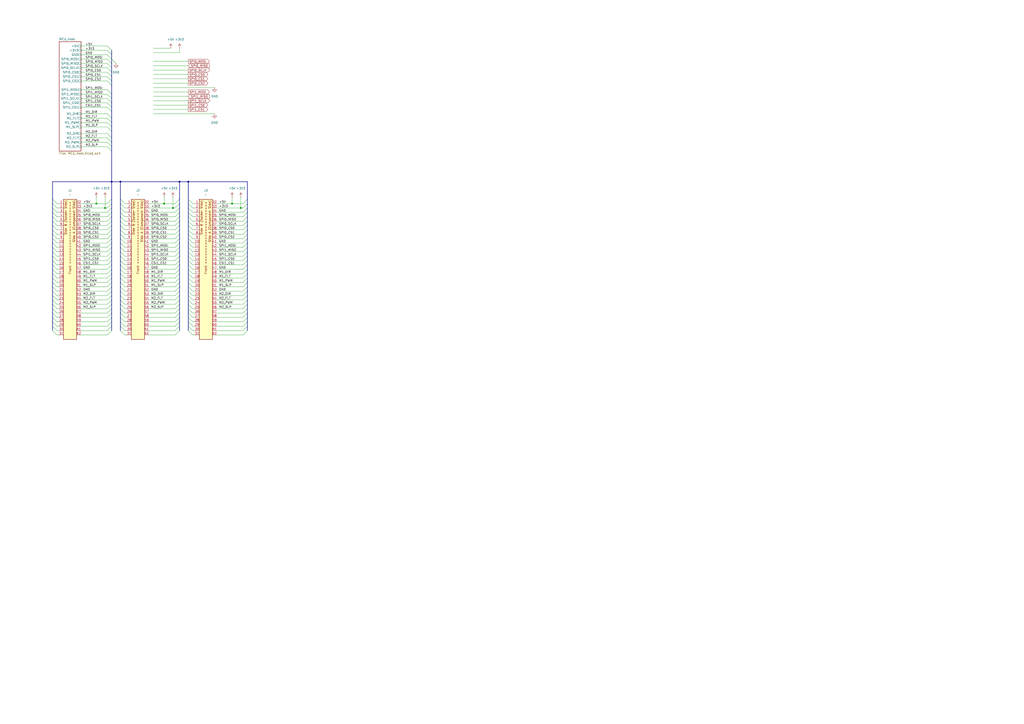
<source format=kicad_sch>
(kicad_sch (version 20250114) (generator "eeschema") (generator_version "9.0")
  (paper "A2")
  (title_block (title "Electrical Box Backplane") (date "2025-07-09") (rev "0") (company "Utah Student Robotics") (comment 1 "Vincent Banh"))
  (lib_symbols
    (symbol "USR:62_PIN_EDGE_ISA"
      (property "Reference" "J" (at 0 0.254 0))
      (symbol "62_PIN_EDGE_ISA_0_1"
        (rectangle (start -3.81 -3.81) (end 3.81 -85.09) (stroke (width 0.254)) (fill (type background)))
      )
      (symbol "62_PIN_EDGE_ISA_1_1"
        (text "Side B (Solder Side)" (at -2.54 -4.318 900) (effects (font (size 1.27 1.27)) (justify right)))
        (text "Front ======================>" (at 0 -5.08 900) (effects (font (size 1.27 1.27)) (justify right)))
        (text "Side A (Component Side)" (at 2.286 -4.318 900) (effects (font (size 1.27 1.27)) (justify right)))
        (pin passive line (at -6.35 -6.35 0) (length 2.54) (name "") (number "1"))
        (pin passive line (at -6.35 -8.89 0) (length 2.54) (name "") (number "2"))
        (pin passive line (at -6.35 -11.43 0) (length 2.54) (name "") (number "3"))
        (pin passive line (at -6.35 -13.97 0) (length 2.54) (name "") (number "4"))
        (pin passive line (at -6.35 -16.51 0) (length 2.54) (name "") (number "5"))
        (pin passive line (at -6.35 -19.05 0) (length 2.54) (name "") (number "6"))
        (pin passive line (at -6.35 -21.59 0) (length 2.54) (name "") (number "7"))
        (pin passive line (at -6.35 -24.13 0) (length 2.54) (name "") (number "8"))
        (pin passive line (at -6.35 -26.67 0) (length 2.54) (name "") (number "9"))
        (pin passive line (at -6.35 -29.21 0) (length 2.54) (name "") (number "10"))
        (pin passive line (at -6.35 -31.75 0) (length 2.54) (name "") (number "11"))
        (pin passive line (at -6.35 -34.29 0) (length 2.54) (name "") (number "12"))
        (pin passive line (at -6.35 -36.83 0) (length 2.54) (name "") (number "13"))
        (pin passive line (at -6.35 -39.37 0) (length 2.54) (name "") (number "14"))
        (pin passive line (at -6.35 -41.91 0) (length 2.54) (name "") (number "15"))
        (pin passive line (at -6.35 -44.45 0) (length 2.54) (name "") (number "16"))
        (pin passive line (at -6.35 -46.99 0) (length 2.54) (name "") (number "17"))
        (pin passive line (at -6.35 -49.53 0) (length 2.54) (name "") (number "18"))
        (pin passive line (at -6.35 -52.07 0) (length 2.54) (name "") (number "19"))
        (pin passive line (at -6.35 -54.61 0) (length 2.54) (name "") (number "20"))
        (pin passive line (at -6.35 -57.15 0) (length 2.54) (name "") (number "21"))
        (pin passive line (at -6.35 -59.69 0) (length 2.54) (name "") (number "22"))
        (pin passive line (at -6.35 -62.23 0) (length 2.54) (name "") (number "23"))
        (pin passive line (at -6.35 -64.77 0) (length 2.54) (name "") (number "24"))
        (pin passive line (at -6.35 -67.31 0) (length 2.54) (name "") (number "25"))
        (pin passive line (at -6.35 -69.85 0) (length 2.54) (name "") (number "26"))
        (pin passive line (at -6.35 -72.39 0) (length 2.54) (name "") (number "27"))
        (pin passive line (at -6.35 -74.93 0) (length 2.54) (name "") (number "28"))
        (pin passive line (at -6.35 -77.47 0) (length 2.54) (name "") (number "29"))
        (pin passive line (at -6.35 -80.01 0) (length 2.54) (name "") (number "30"))
        (pin passive line (at -6.35 -82.55 0) (length 2.54) (name "") (number "31"))
        (pin passive line (at 6.35 -6.35 180) (length 2.54) (name "") (number "32"))
        (pin passive line (at 6.35 -8.89 180) (length 2.54) (name "") (number "33"))
        (pin passive line (at 6.35 -11.43 180) (length 2.54) (name "") (number "34"))
        (pin passive line (at 6.35 -13.97 180) (length 2.54) (name "") (number "35"))
        (pin passive line (at 6.35 -16.51 180) (length 2.54) (name "") (number "36"))
        (pin passive line (at 6.35 -19.05 180) (length 2.54) (name "") (number "37"))
        (pin passive line (at 6.35 -21.59 180) (length 2.54) (name "") (number "38"))
        (pin passive line (at 6.35 -24.13 180) (length 2.54) (name "") (number "39"))
        (pin passive line (at 6.35 -26.67 180) (length 2.54) (name "") (number "40"))
        (pin passive line (at 6.35 -29.21 180) (length 2.54) (name "") (number "41"))
        (pin passive line (at 6.35 -31.75 180) (length 2.54) (name "") (number "42"))
        (pin passive line (at 6.35 -34.29 180) (length 2.54) (name "") (number "43"))
        (pin passive line (at 6.35 -36.83 180) (length 2.54) (name "") (number "44"))
        (pin passive line (at 6.35 -39.37 180) (length 2.54) (name "") (number "45"))
        (pin passive line (at 6.35 -41.91 180) (length 2.54) (name "") (number "46"))
        (pin passive line (at 6.35 -44.45 180) (length 2.54) (name "") (number "47"))
        (pin passive line (at 6.35 -46.99 180) (length 2.54) (name "") (number "48"))
        (pin passive line (at 6.35 -49.53 180) (length 2.54) (name "") (number "49"))
        (pin passive line (at 6.35 -52.07 180) (length 2.54) (name "") (number "50"))
        (pin passive line (at 6.35 -54.61 180) (length 2.54) (name "") (number "51"))
        (pin passive line (at 6.35 -57.15 180) (length 2.54) (name "") (number "52"))
        (pin passive line (at 6.35 -59.69 180) (length 2.54) (name "") (number "53"))
        (pin passive line (at 6.35 -62.23 180) (length 2.54) (name "") (number "54"))
        (pin passive line (at 6.35 -64.77 180) (length 2.54) (name "") (number "55"))
        (pin passive line (at 6.35 -67.31 180) (length 2.54) (name "") (number "56"))
        (pin passive line (at 6.35 -69.85 180) (length 2.54) (name "") (number "57"))
        (pin passive line (at 6.35 -72.39 180) (length 2.54) (name "") (number "58"))
        (pin passive line (at 6.35 -74.93 180) (length 2.54) (name "") (number "59"))
        (pin passive line (at 6.35 -77.47 180) (length 2.54) (name "") (number "60"))
        (pin passive line (at 6.35 -80.01 180) (length 2.54) (name "") (number "61"))
        (pin passive line (at 6.35 -82.55 180) (length 2.54) (name "") (number "62"))
      )
    )
    (symbol "power:+3V3" (power) (pin_numbers (hide yes)) (pin_names (offset 0) (hide yes))
      (property "Value" "+3V3" (at 0 3.556 0))
      (symbol "+3V3_0_1"
        (polyline (pts (xy -0.762 1.27) (xy 0 2.54)))
        (polyline (pts (xy 0 2.54) (xy 0.762 1.27)))
        (polyline (pts (xy 0 0) (xy 0 2.54)))
      )
      (symbol "+3V3_1_1"
        (pin power_in line (at 0 0 90) (length 0) (name "~") (number "1"))
      )
    )
    (symbol "power:+5V" (power) (pin_numbers (hide yes)) (pin_names (offset 0) (hide yes))
      (property "Value" "+5V" (at 0 3.556 0))
      (symbol "+5V_0_1"
        (polyline (pts (xy -0.762 1.27) (xy 0 2.54)))
        (polyline (pts (xy 0 2.54) (xy 0.762 1.27)))
        (polyline (pts (xy 0 0) (xy 0 2.54)))
      )
      (symbol "+5V_1_1"
        (pin power_in line (at 0 0 90) (length 0) (name "~") (number "1"))
      )
    )
    (symbol "power:GND" (power) (pin_numbers (hide yes)) (pin_names (offset 0) (hide yes))
      (property "Value" "GND" (at 0 -3.81 0))
      (symbol "GND_0_1"
        (polyline (pts (xy 0 0) (xy 0 -1.27) (xy 1.27 -1.27) (xy 0 -2.54) (xy -1.27 -1.27) (xy 0 -1.27)))
      )
      (symbol "GND_1_1"
        (pin power_in line (at 0 0 270) (length 0) (name "~") (number "1"))
      )
    )
  )
  (junction (at 100.33 120.65))
  (junction (at 109.22 105.41))
  (junction (at 60.96 120.65))
  (junction (at 64.77 105.41))
  (junction (at 104.14 105.41))
  (junction (at 55.88 118.11))
  (junction (at 69.85 105.41))
  (junction (at 134.62 118.11))
  (junction (at 95.25 118.11))
  (junction (at 139.7 120.65))
  (bus_entry (at 69.85 128.27) (size 2.54 2.54))
  (bus_entry (at 143.51 120.65) (size -2.54 2.54))
  (bus_entry (at 69.85 120.65) (size 2.54 2.54))
  (bus_entry (at 64.77 184.15) (size -2.54 2.54))
  (bus_entry (at 104.14 140.97) (size -2.54 2.54))
  (bus_entry (at 64.77 146.05) (size -2.54 2.54))
  (bus_entry (at 30.48 118.11) (size 2.54 2.54))
  (bus_entry (at 69.85 156.21) (size 2.54 2.54))
  (bus_entry (at 62.23 31.75) (size 2.54 2.54))
  (bus_entry (at 69.85 138.43) (size 2.54 2.54))
  (bus_entry (at 64.77 153.67) (size -2.54 2.54))
  (bus_entry (at 30.48 166.37) (size 2.54 2.54))
  (bus_entry (at 109.22 123.19) (size 2.54 2.54))
  (bus_entry (at 62.23 34.29) (size 2.54 2.54))
  (bus_entry (at 62.23 41.91) (size 2.54 2.54))
  (bus_entry (at 69.85 153.67) (size 2.54 2.54))
  (bus_entry (at 64.77 143.51) (size -2.54 2.54))
  (bus_entry (at 109.22 148.59) (size 2.54 2.54))
  (bus_entry (at 109.22 181.61) (size 2.54 2.54))
  (bus_entry (at 104.14 191.77) (size -2.54 2.54))
  (bus_entry (at 104.14 173.99) (size -2.54 2.54))
  (bus_entry (at 62.23 44.45) (size 2.54 2.54))
  (bus_entry (at 30.48 163.83) (size 2.54 2.54))
  (bus_entry (at 30.48 130.81) (size 2.54 2.54))
  (bus_entry (at 69.85 181.61) (size 2.54 2.54))
  (bus_entry (at 109.22 163.83) (size 2.54 2.54))
  (bus_entry (at 64.77 130.81) (size -2.54 2.54))
  (bus_entry (at 104.14 123.19) (size -2.54 2.54))
  (bus_entry (at 104.14 179.07) (size -2.54 2.54))
  (bus_entry (at 109.22 140.97) (size 2.54 2.54))
  (bus_entry (at 69.85 161.29) (size 2.54 2.54))
  (bus_entry (at 109.22 168.91) (size 2.54 2.54))
  (bus_entry (at 104.14 163.83) (size -2.54 2.54))
  (bus_entry (at 109.22 146.05) (size 2.54 2.54))
  (bus_entry (at 62.23 68.58) (size 2.54 2.54))
  (bus_entry (at 30.48 168.91) (size 2.54 2.54))
  (bus_entry (at 30.48 158.75) (size 2.54 2.54))
  (bus_entry (at 143.51 143.51) (size -2.54 2.54))
  (bus_entry (at 69.85 115.57) (size 2.54 2.54))
  (bus_entry (at 109.22 118.11) (size 2.54 2.54))
  (bus_entry (at 64.77 163.83) (size -2.54 2.54))
  (bus_entry (at 30.48 148.59) (size 2.54 2.54))
  (bus_entry (at 64.77 148.59) (size -2.54 2.54))
  (bus_entry (at 30.48 138.43) (size 2.54 2.54))
  (bus_entry (at 69.85 130.81) (size 2.54 2.54))
  (bus_entry (at 30.48 173.99) (size 2.54 2.54))
  (bus_entry (at 109.22 189.23) (size 2.54 2.54))
  (bus_entry (at 143.51 161.29) (size -2.54 2.54))
  (bus_entry (at 143.51 179.07) (size -2.54 2.54))
  (bus_entry (at 67.31 36.83) (size -2.54 -2.54))
  (bus_entry (at 104.14 151.13) (size -2.54 2.54))
  (bus_entry (at 30.48 189.23) (size 2.54 2.54))
  (bus_entry (at 30.48 184.15) (size 2.54 2.54))
  (bus_entry (at 104.14 181.61) (size -2.54 2.54))
  (bus_entry (at 104.14 161.29) (size -2.54 2.54))
  (bus_entry (at 69.85 143.51) (size 2.54 2.54))
  (bus_entry (at 62.23 77.47) (size 2.54 2.54))
  (bus_entry (at 109.22 184.15) (size 2.54 2.54))
  (bus_entry (at 62.23 82.55) (size 2.54 2.54))
  (bus_entry (at 64.77 125.73) (size -2.54 2.54))
  (bus_entry (at 109.22 176.53) (size 2.54 2.54))
  (bus_entry (at 104.14 166.37) (size -2.54 2.54))
  (bus_entry (at 64.77 166.37) (size -2.54 2.54))
  (bus_entry (at 64.77 128.27) (size -2.54 2.54))
  (bus_entry (at 64.77 133.35) (size -2.54 2.54))
  (bus_entry (at 64.77 118.11) (size -2.54 2.54))
  (bus_entry (at 143.51 171.45) (size -2.54 2.54))
  (bus_entry (at 30.48 161.29) (size 2.54 2.54))
  (bus_entry (at 62.23 71.12) (size 2.54 2.54))
  (bus_entry (at 143.51 128.27) (size -2.54 2.54))
  (bus_entry (at 69.85 148.59) (size 2.54 2.54))
  (bus_entry (at 109.22 186.69) (size 2.54 2.54))
  (bus_entry (at 143.51 181.61) (size -2.54 2.54))
  (bus_entry (at 69.85 163.83) (size 2.54 2.54))
  (bus_entry (at 30.48 181.61) (size 2.54 2.54))
  (bus_entry (at 109.22 191.77) (size 2.54 2.54))
  (bus_entry (at 64.77 191.77) (size -2.54 2.54))
  (bus_entry (at 104.14 146.05) (size -2.54 2.54))
  (bus_entry (at 62.23 59.69) (size 2.54 2.54))
  (bus_entry (at 109.22 130.81) (size 2.54 2.54))
  (bus_entry (at 62.23 26.67) (size 2.54 2.54))
  (bus_entry (at 62.23 52.07) (size 2.54 2.54))
  (bus_entry (at 69.85 146.05) (size 2.54 2.54))
  (bus_entry (at 30.48 123.19) (size 2.54 2.54))
  (bus_entry (at 30.48 176.53) (size 2.54 2.54))
  (bus_entry (at 62.23 54.61) (size 2.54 2.54))
  (bus_entry (at 30.48 191.77) (size 2.54 2.54))
  (bus_entry (at 104.14 143.51) (size -2.54 2.54))
  (bus_entry (at 62.23 80.01) (size 2.54 2.54))
  (bus_entry (at 104.14 156.21) (size -2.54 2.54))
  (bus_entry (at 62.23 62.23) (size 2.54 2.54))
  (bus_entry (at 143.51 151.13) (size -2.54 2.54))
  (bus_entry (at 109.22 173.99) (size 2.54 2.54))
  (bus_entry (at 64.77 120.65) (size -2.54 2.54))
  (bus_entry (at 143.51 135.89) (size -2.54 2.54))
  (bus_entry (at 109.22 138.43) (size 2.54 2.54))
  (bus_entry (at 109.22 166.37) (size 2.54 2.54))
  (bus_entry (at 143.51 184.15) (size -2.54 2.54))
  (bus_entry (at 62.23 46.99) (size 2.54 2.54))
  (bus_entry (at 143.51 168.91) (size -2.54 2.54))
  (bus_entry (at 64.77 186.69) (size -2.54 2.54))
  (bus_entry (at 69.85 173.99) (size 2.54 2.54))
  (bus_entry (at 69.85 186.69) (size 2.54 2.54))
  (bus_entry (at 69.85 123.19) (size 2.54 2.54))
  (bus_entry (at 64.77 179.07) (size -2.54 2.54))
  (bus_entry (at 69.85 118.11) (size 2.54 2.54))
  (bus_entry (at 69.85 133.35) (size 2.54 2.54))
  (bus_entry (at 64.77 140.97) (size -2.54 2.54))
  (bus_entry (at 62.23 85.09) (size 2.54 2.54))
  (bus_entry (at 69.85 135.89) (size 2.54 2.54))
  (bus_entry (at 30.48 128.27) (size 2.54 2.54))
  (bus_entry (at 104.14 184.15) (size -2.54 2.54))
  (bus_entry (at 109.22 151.13) (size 2.54 2.54))
  (bus_entry (at 143.51 138.43) (size -2.54 2.54))
  (bus_entry (at 143.51 186.69) (size -2.54 2.54))
  (bus_entry (at 64.77 135.89) (size -2.54 2.54))
  (bus_entry (at 30.48 153.67) (size 2.54 2.54))
  (bus_entry (at 143.51 173.99) (size -2.54 2.54))
  (bus_entry (at 64.77 168.91) (size -2.54 2.54))
  (bus_entry (at 143.51 153.67) (size -2.54 2.54))
  (bus_entry (at 143.51 176.53) (size -2.54 2.54))
  (bus_entry (at 104.14 153.67) (size -2.54 2.54))
  (bus_entry (at 104.14 125.73) (size -2.54 2.54))
  (bus_entry (at 62.23 57.15) (size 2.54 2.54))
  (bus_entry (at 104.14 130.81) (size -2.54 2.54))
  (bus_entry (at 30.48 115.57) (size 2.54 2.54))
  (bus_entry (at 143.51 118.11) (size -2.54 2.54))
  (bus_entry (at 104.14 128.27) (size -2.54 2.54))
  (bus_entry (at 30.48 171.45) (size 2.54 2.54))
  (bus_entry (at 143.51 130.81) (size -2.54 2.54))
  (bus_entry (at 109.22 115.57) (size 2.54 2.54))
  (bus_entry (at 64.77 158.75) (size -2.54 2.54))
  (bus_entry (at 104.14 120.65) (size -2.54 2.54))
  (bus_entry (at 143.51 140.97) (size -2.54 2.54))
  (bus_entry (at 143.51 189.23) (size -2.54 2.54))
  (bus_entry (at 143.51 163.83) (size -2.54 2.54))
  (bus_entry (at 69.85 158.75) (size 2.54 2.54))
  (bus_entry (at 69.85 125.73) (size 2.54 2.54))
  (bus_entry (at 104.14 189.23) (size -2.54 2.54))
  (bus_entry (at 69.85 151.13) (size 2.54 2.54))
  (bus_entry (at 64.77 156.21) (size -2.54 2.54))
  (bus_entry (at 109.22 171.45) (size 2.54 2.54))
  (bus_entry (at 64.77 171.45) (size -2.54 2.54))
  (bus_entry (at 69.85 179.07) (size 2.54 2.54))
  (bus_entry (at 109.22 156.21) (size 2.54 2.54))
  (bus_entry (at 64.77 189.23) (size -2.54 2.54))
  (bus_entry (at 109.22 128.27) (size 2.54 2.54))
  (bus_entry (at 69.85 166.37) (size 2.54 2.54))
  (bus_entry (at 30.48 156.21) (size 2.54 2.54))
  (bus_entry (at 143.51 123.19) (size -2.54 2.54))
  (bus_entry (at 143.51 166.37) (size -2.54 2.54))
  (bus_entry (at 62.23 29.21) (size 2.54 2.54))
  (bus_entry (at 30.48 151.13) (size 2.54 2.54))
  (bus_entry (at 30.48 179.07) (size 2.54 2.54))
  (bus_entry (at 62.23 66.04) (size 2.54 2.54))
  (bus_entry (at 62.23 36.83) (size 2.54 2.54))
  (bus_entry (at 64.77 123.19) (size -2.54 2.54))
  (bus_entry (at 109.22 143.51) (size 2.54 2.54))
  (bus_entry (at 104.14 118.11) (size -2.54 2.54))
  (bus_entry (at 143.51 156.21) (size -2.54 2.54))
  (bus_entry (at 109.22 135.89) (size 2.54 2.54))
  (bus_entry (at 69.85 140.97) (size 2.54 2.54))
  (bus_entry (at 143.51 125.73) (size -2.54 2.54))
  (bus_entry (at 69.85 191.77) (size 2.54 2.54))
  (bus_entry (at 64.77 151.13) (size -2.54 2.54))
  (bus_entry (at 64.77 181.61) (size -2.54 2.54))
  (bus_entry (at 30.48 143.51) (size 2.54 2.54))
  (bus_entry (at 64.77 161.29) (size -2.54 2.54))
  (bus_entry (at 109.22 133.35) (size 2.54 2.54))
  (bus_entry (at 64.77 173.99) (size -2.54 2.54))
  (bus_entry (at 69.85 168.91) (size 2.54 2.54))
  (bus_entry (at 104.14 135.89) (size -2.54 2.54))
  (bus_entry (at 30.48 146.05) (size 2.54 2.54))
  (bus_entry (at 109.22 161.29) (size 2.54 2.54))
  (bus_entry (at 104.14 158.75) (size -2.54 2.54))
  (bus_entry (at 143.51 148.59) (size -2.54 2.54))
  (bus_entry (at 30.48 120.65) (size 2.54 2.54))
  (bus_entry (at 109.22 179.07) (size 2.54 2.54))
  (bus_entry (at 104.14 186.69) (size -2.54 2.54))
  (bus_entry (at 109.22 120.65) (size 2.54 2.54))
  (bus_entry (at 69.85 176.53) (size 2.54 2.54))
  (bus_entry (at 104.14 148.59) (size -2.54 2.54))
  (bus_entry (at 30.48 140.97) (size 2.54 2.54))
  (bus_entry (at 104.14 176.53) (size -2.54 2.54))
  (bus_entry (at 64.77 115.57) (size -2.54 2.54))
  (bus_entry (at 30.48 186.69) (size 2.54 2.54))
  (bus_entry (at 143.51 146.05) (size -2.54 2.54))
  (bus_entry (at 69.85 171.45) (size 2.54 2.54))
  (bus_entry (at 62.23 73.66) (size 2.54 2.54))
  (bus_entry (at 69.85 189.23) (size 2.54 2.54))
  (bus_entry (at 104.14 171.45) (size -2.54 2.54))
  (bus_entry (at 30.48 135.89) (size 2.54 2.54))
  (bus_entry (at 64.77 138.43) (size -2.54 2.54))
  (bus_entry (at 143.51 191.77) (size -2.54 2.54))
  (bus_entry (at 64.77 176.53) (size -2.54 2.54))
  (bus_entry (at 109.22 158.75) (size 2.54 2.54))
  (bus_entry (at 104.14 168.91) (size -2.54 2.54))
  (bus_entry (at 109.22 153.67) (size 2.54 2.54))
  (bus_entry (at 104.14 138.43) (size -2.54 2.54))
  (bus_entry (at 143.51 158.75) (size -2.54 2.54))
  (bus_entry (at 143.51 115.57) (size -2.54 2.54))
  (bus_entry (at 143.51 133.35) (size -2.54 2.54))
  (bus_entry (at 30.48 133.35) (size 2.54 2.54))
  (bus_entry (at 104.14 115.57) (size -2.54 2.54))
  (bus_entry (at 62.23 39.37) (size 2.54 2.54))
  (bus_entry (at 109.22 125.73) (size 2.54 2.54))
  (bus_entry (at 69.85 184.15) (size 2.54 2.54))
  (bus_entry (at 104.14 133.35) (size -2.54 2.54))
  (bus_entry (at 30.48 125.73) (size 2.54 2.54))
  (wire (pts (xy 101.6 153.67) (xy 86.36 153.67)))
  (bus (pts (xy 30.48 148.59) (xy 30.48 146.05)))
  (bus (pts (xy 64.77 148.59) (xy 64.77 151.13)))
  (wire (pts (xy 111.76 128.27) (xy 113.03 128.27)))
  (wire (pts (xy 46.99 44.45) (xy 62.23 44.45)))
  (wire (pts (xy 140.97 151.13) (xy 125.73 151.13)))
  (wire (pts (xy 140.97 184.15) (xy 125.73 184.15)))
  (bus (pts (xy 143.51 184.15) (xy 143.51 186.69)))
  (bus (pts (xy 64.77 59.69) (xy 64.77 62.23)))
  (wire (pts (xy 140.97 186.69) (xy 125.73 186.69)))
  (bus (pts (xy 109.22 135.89) (xy 109.22 133.35)))
  (bus (pts (xy 143.51 105.41) (xy 143.51 115.57)))
  (bus (pts (xy 104.14 105.41) (xy 104.14 115.57)))
  (bus (pts (xy 30.48 189.23) (xy 30.48 186.69)))
  (bus (pts (xy 109.22 148.59) (xy 109.22 146.05)))
  (bus (pts (xy 69.85 158.75) (xy 69.85 156.21)))
  (wire (pts (xy 111.76 151.13) (xy 113.03 151.13)))
  (wire (pts (xy 88.9 60.96) (xy 109.22 60.96)))
  (wire (pts (xy 111.76 140.97) (xy 113.03 140.97)))
  (wire (pts (xy 140.97 125.73) (xy 125.73 125.73)))
  (wire (pts (xy 101.6 176.53) (xy 86.36 176.53)))
  (bus (pts (xy 64.77 135.89) (xy 64.77 138.43)))
  (bus (pts (xy 143.51 173.99) (xy 143.51 176.53)))
  (bus (pts (xy 143.51 128.27) (xy 143.51 130.81)))
  (wire (pts (xy 88.9 48.26) (xy 109.22 48.26)))
  (bus (pts (xy 64.77 173.99) (xy 64.77 176.53)))
  (bus (pts (xy 69.85 179.07) (xy 69.85 176.53)))
  (wire (pts (xy 46.99 82.55) (xy 62.23 82.55)))
  (wire (pts (xy 111.76 138.43) (xy 113.03 138.43)))
  (bus (pts (xy 64.77 31.75) (xy 64.77 34.29)))
  (wire (pts (xy 62.23 166.37) (xy 46.99 166.37)))
  (bus (pts (xy 64.77 176.53) (xy 64.77 179.07)))
  (wire (pts (xy 62.23 146.05) (xy 46.99 146.05)))
  (wire (pts (xy 33.02 186.69) (xy 34.29 186.69)))
  (bus (pts (xy 30.48 125.73) (xy 30.48 123.19)))
  (wire (pts (xy 101.6 128.27) (xy 86.36 128.27)))
  (wire (pts (xy 62.23 130.81) (xy 46.99 130.81)))
  (wire (pts (xy 46.99 80.01) (xy 62.23 80.01)))
  (bus (pts (xy 30.48 140.97) (xy 30.48 138.43)))
  (wire (pts (xy 62.23 168.91) (xy 46.99 168.91)))
  (bus (pts (xy 143.51 138.43) (xy 143.51 140.97)))
  (wire (pts (xy 95.25 118.11) (xy 101.6 118.11)))
  (bus (pts (xy 109.22 120.65) (xy 109.22 118.11)))
  (wire (pts (xy 62.23 161.29) (xy 46.99 161.29)))
  (bus (pts (xy 69.85 118.11) (xy 69.85 115.57)))
  (bus (pts (xy 104.14 118.11) (xy 104.14 120.65)))
  (wire (pts (xy 88.9 63.5) (xy 109.22 63.5)))
  (wire (pts (xy 62.23 158.75) (xy 46.99 158.75)))
  (wire (pts (xy 62.23 163.83) (xy 46.99 163.83)))
  (bus (pts (xy 69.85 176.53) (xy 69.85 173.99)))
  (wire (pts (xy 62.23 171.45) (xy 46.99 171.45)))
  (wire (pts (xy 46.99 54.61) (xy 62.23 54.61)))
  (wire (pts (xy 46.99 77.47) (xy 62.23 77.47)))
  (wire (pts (xy 88.9 38.1) (xy 109.22 38.1)))
  (bus (pts (xy 104.14 105.41) (xy 109.22 105.41)))
  (bus (pts (xy 109.22 156.21) (xy 109.22 153.67)))
  (wire (pts (xy 111.76 153.67) (xy 113.03 153.67)))
  (wire (pts (xy 140.97 153.67) (xy 125.73 153.67)))
  (wire (pts (xy 72.39 140.97) (xy 73.66 140.97)))
  (bus (pts (xy 143.51 143.51) (xy 143.51 146.05)))
  (bus (pts (xy 64.77 166.37) (xy 64.77 168.91)))
  (wire (pts (xy 101.6 140.97) (xy 86.36 140.97)))
  (bus (pts (xy 30.48 120.65) (xy 30.48 118.11)))
  (wire (pts (xy 72.39 138.43) (xy 73.66 138.43)))
  (bus (pts (xy 143.51 135.89) (xy 143.51 138.43)))
  (wire (pts (xy 46.99 41.91) (xy 62.23 41.91)))
  (wire (pts (xy 140.97 194.31) (xy 125.73 194.31)))
  (bus (pts (xy 143.51 123.19) (xy 143.51 125.73)))
  (wire (pts (xy 46.99 34.29) (xy 62.23 34.29)))
  (bus (pts (xy 64.77 105.41) (xy 64.77 115.57)))
  (bus (pts (xy 69.85 156.21) (xy 69.85 153.67)))
  (bus (pts (xy 143.51 151.13) (xy 143.51 153.67)))
  (bus (pts (xy 64.77 153.67) (xy 64.77 156.21)))
  (bus (pts (xy 69.85 133.35) (xy 69.85 130.81)))
  (wire (pts (xy 140.97 179.07) (xy 125.73 179.07)))
  (bus (pts (xy 69.85 123.19) (xy 69.85 120.65)))
  (bus (pts (xy 109.22 168.91) (xy 109.22 166.37)))
  (wire (pts (xy 33.02 135.89) (xy 34.29 135.89)))
  (wire (pts (xy 111.76 176.53) (xy 113.03 176.53)))
  (wire (pts (xy 88.9 35.56) (xy 109.22 35.56)))
  (wire (pts (xy 62.23 128.27) (xy 46.99 128.27)))
  (wire (pts (xy 62.23 140.97) (xy 46.99 140.97)))
  (wire (pts (xy 100.33 120.65) (xy 86.36 120.65)))
  (wire (pts (xy 33.02 166.37) (xy 34.29 166.37)))
  (wire (pts (xy 33.02 184.15) (xy 34.29 184.15)))
  (bus (pts (xy 30.48 133.35) (xy 30.48 130.81)))
  (bus (pts (xy 30.48 128.27) (xy 30.48 125.73)))
  (wire (pts (xy 46.99 85.09) (xy 62.23 85.09)))
  (wire (pts (xy 46.99 26.67) (xy 62.23 26.67)))
  (bus (pts (xy 104.14 179.07) (xy 104.14 181.61)))
  (wire (pts (xy 72.39 153.67) (xy 73.66 153.67)))
  (wire (pts (xy 140.97 171.45) (xy 125.73 171.45)))
  (bus (pts (xy 104.14 186.69) (xy 104.14 189.23)))
  (bus (pts (xy 64.77 64.77) (xy 64.77 68.58)))
  (wire (pts (xy 140.97 158.75) (xy 125.73 158.75)))
  (bus (pts (xy 64.77 184.15) (xy 64.77 186.69)))
  (bus (pts (xy 64.77 54.61) (xy 64.77 57.15)))
  (wire (pts (xy 72.39 171.45) (xy 73.66 171.45)))
  (wire (pts (xy 139.7 114.3) (xy 139.7 120.65)))
  (wire (pts (xy 62.23 194.31) (xy 46.99 194.31)))
  (wire (pts (xy 140.97 176.53) (xy 125.73 176.53)))
  (wire (pts (xy 72.39 128.27) (xy 73.66 128.27)))
  (wire (pts (xy 46.99 36.83) (xy 62.23 36.83)))
  (wire (pts (xy 72.39 173.99) (xy 73.66 173.99)))
  (wire (pts (xy 111.76 184.15) (xy 113.03 184.15)))
  (wire (pts (xy 101.6 191.77) (xy 86.36 191.77)))
  (wire (pts (xy 140.97 120.65) (xy 139.7 120.65)))
  (wire (pts (xy 46.99 59.69) (xy 62.23 59.69)))
  (wire (pts (xy 62.23 125.73) (xy 46.99 125.73)))
  (bus (pts (xy 104.14 133.35) (xy 104.14 135.89)))
  (bus (pts (xy 64.77 80.01) (xy 64.77 82.55)))
  (bus (pts (xy 104.14 140.97) (xy 104.14 143.51)))
  (bus (pts (xy 30.48 166.37) (xy 30.48 163.83)))
  (wire (pts (xy 101.6 158.75) (xy 86.36 158.75)))
  (bus (pts (xy 64.77 44.45) (xy 64.77 46.99)))
  (bus (pts (xy 64.77 85.09) (xy 64.77 87.63)))
  (bus (pts (xy 109.22 138.43) (xy 109.22 135.89)))
  (bus (pts (xy 109.22 191.77) (xy 109.22 189.23)))
  (bus (pts (xy 109.22 163.83) (xy 109.22 161.29)))
  (bus (pts (xy 69.85 163.83) (xy 69.85 161.29)))
  (wire (pts (xy 72.39 158.75) (xy 73.66 158.75)))
  (bus (pts (xy 104.14 151.13) (xy 104.14 153.67)))
  (wire (pts (xy 62.23 184.15) (xy 46.99 184.15)))
  (wire (pts (xy 62.23 191.77) (xy 46.99 191.77)))
  (bus (pts (xy 109.22 118.11) (xy 109.22 115.57)))
  (wire (pts (xy 140.97 173.99) (xy 125.73 173.99)))
  (wire (pts (xy 111.76 161.29) (xy 113.03 161.29)))
  (bus (pts (xy 109.22 133.35) (xy 109.22 130.81)))
  (wire (pts (xy 72.39 179.07) (xy 73.66 179.07)))
  (wire (pts (xy 62.23 133.35) (xy 46.99 133.35)))
  (bus (pts (xy 30.48 105.41) (xy 64.77 105.41)))
  (wire (pts (xy 72.39 176.53) (xy 73.66 176.53)))
  (bus (pts (xy 104.14 161.29) (xy 104.14 163.83)))
  (bus (pts (xy 64.77 168.91) (xy 64.77 171.45)))
  (bus (pts (xy 64.77 39.37) (xy 64.77 41.91)))
  (bus (pts (xy 109.22 176.53) (xy 109.22 173.99)))
  (bus (pts (xy 104.14 171.45) (xy 104.14 173.99)))
  (wire (pts (xy 111.76 123.19) (xy 113.03 123.19)))
  (wire (pts (xy 111.76 146.05) (xy 113.03 146.05)))
  (wire (pts (xy 140.97 146.05) (xy 125.73 146.05)))
  (wire (pts (xy 46.99 66.04) (xy 62.23 66.04)))
  (wire (pts (xy 72.39 191.77) (xy 73.66 191.77)))
  (wire (pts (xy 33.02 179.07) (xy 34.29 179.07)))
  (wire (pts (xy 62.23 143.51) (xy 46.99 143.51)))
  (bus (pts (xy 104.14 158.75) (xy 104.14 161.29)))
  (wire (pts (xy 46.99 181.61) (xy 62.23 181.61)))
  (wire (pts (xy 111.76 191.77) (xy 113.03 191.77)))
  (bus (pts (xy 109.22 151.13) (xy 109.22 148.59)))
  (wire (pts (xy 33.02 128.27) (xy 34.29 128.27)))
  (bus (pts (xy 104.14 146.05) (xy 104.14 148.59)))
  (wire (pts (xy 111.76 181.61) (xy 113.03 181.61)))
  (bus (pts (xy 69.85 173.99) (xy 69.85 171.45)))
  (bus (pts (xy 143.51 146.05) (xy 143.51 148.59)))
  (bus (pts (xy 104.14 115.57) (xy 104.14 118.11)))
  (wire (pts (xy 101.6 186.69) (xy 86.36 186.69)))
  (wire (pts (xy 60.96 114.3) (xy 60.96 120.65)))
  (bus (pts (xy 69.85 186.69) (xy 69.85 184.15)))
  (wire (pts (xy 46.99 52.07) (xy 62.23 52.07)))
  (bus (pts (xy 30.48 173.99) (xy 30.48 171.45)))
  (bus (pts (xy 143.51 168.91) (xy 143.51 171.45)))
  (wire (pts (xy 101.6 194.31) (xy 86.36 194.31)))
  (wire (pts (xy 101.6 161.29) (xy 86.36 161.29)))
  (wire (pts (xy 88.9 53.34) (xy 109.22 53.34)))
  (bus (pts (xy 143.51 158.75) (xy 143.51 161.29)))
  (wire (pts (xy 72.39 118.11) (xy 73.66 118.11)))
  (wire (pts (xy 101.6 120.65) (xy 100.33 120.65)))
  (wire (pts (xy 72.39 148.59) (xy 73.66 148.59)))
  (bus (pts (xy 143.51 186.69) (xy 143.51 189.23)))
  (bus (pts (xy 69.85 181.61) (xy 69.85 179.07)))
  (bus (pts (xy 104.14 153.67) (xy 104.14 156.21)))
  (bus (pts (xy 30.48 168.91) (xy 30.48 166.37)))
  (wire (pts (xy 33.02 189.23) (xy 34.29 189.23)))
  (bus (pts (xy 143.51 166.37) (xy 143.51 168.91)))
  (bus (pts (xy 64.77 130.81) (xy 64.77 133.35)))
  (wire (pts (xy 55.88 114.3) (xy 55.88 118.11)))
  (wire (pts (xy 134.62 118.11) (xy 140.97 118.11)))
  (wire (pts (xy 33.02 194.31) (xy 34.29 194.31)))
  (bus (pts (xy 64.77 125.73) (xy 64.77 128.27)))
  (wire (pts (xy 101.6 133.35) (xy 86.36 133.35)))
  (bus (pts (xy 64.77 76.2) (xy 64.77 80.01)))
  (bus (pts (xy 69.85 166.37) (xy 69.85 163.83)))
  (wire (pts (xy 101.6 123.19) (xy 86.36 123.19)))
  (bus (pts (xy 30.48 115.57) (xy 30.48 105.41)))
  (wire (pts (xy 100.33 114.3) (xy 100.33 120.65)))
  (wire (pts (xy 62.23 151.13) (xy 46.99 151.13)))
  (bus (pts (xy 64.77 143.51) (xy 64.77 146.05)))
  (bus (pts (xy 109.22 171.45) (xy 109.22 168.91)))
  (bus (pts (xy 64.77 118.11) (xy 64.77 120.65)))
  (bus (pts (xy 69.85 161.29) (xy 69.85 158.75)))
  (wire (pts (xy 101.6 151.13) (xy 86.36 151.13)))
  (bus (pts (xy 64.77 171.45) (xy 64.77 173.99)))
  (wire (pts (xy 140.97 156.21) (xy 125.73 156.21)))
  (wire (pts (xy 88.9 66.04) (xy 124.46 66.04)))
  (bus (pts (xy 30.48 143.51) (xy 30.48 140.97)))
  (wire (pts (xy 62.23 138.43) (xy 46.99 138.43)))
  (bus (pts (xy 143.51 115.57) (xy 143.51 118.11)))
  (bus (pts (xy 143.51 148.59) (xy 143.51 151.13)))
  (bus (pts (xy 64.77 29.21) (xy 64.77 31.75)))
  (wire (pts (xy 111.76 135.89) (xy 113.03 135.89)))
  (wire (pts (xy 101.6 135.89) (xy 86.36 135.89)))
  (bus (pts (xy 30.48 156.21) (xy 30.48 153.67)))
  (wire (pts (xy 72.39 133.35) (xy 73.66 133.35)))
  (wire (pts (xy 62.23 148.59) (xy 46.99 148.59)))
  (bus (pts (xy 109.22 143.51) (xy 109.22 140.97)))
  (bus (pts (xy 143.51 120.65) (xy 143.51 123.19)))
  (wire (pts (xy 62.23 173.99) (xy 46.99 173.99)))
  (wire (pts (xy 140.97 123.19) (xy 125.73 123.19)))
  (bus (pts (xy 109.22 181.61) (xy 109.22 179.07)))
  (wire (pts (xy 33.02 161.29) (xy 34.29 161.29)))
  (wire (pts (xy 55.88 118.11) (xy 46.99 118.11)))
  (wire (pts (xy 139.7 120.65) (xy 125.73 120.65)))
  (bus (pts (xy 104.14 135.89) (xy 104.14 138.43)))
  (bus (pts (xy 64.77 46.99) (xy 64.77 49.53)))
  (wire (pts (xy 88.9 43.18) (xy 109.22 43.18)))
  (wire (pts (xy 33.02 118.11) (xy 34.29 118.11)))
  (wire (pts (xy 101.6 146.05) (xy 86.36 146.05)))
  (wire (pts (xy 111.76 130.81) (xy 113.03 130.81)))
  (wire (pts (xy 111.76 156.21) (xy 113.03 156.21)))
  (wire (pts (xy 88.9 50.8) (xy 124.46 50.8)))
  (bus (pts (xy 30.48 138.43) (xy 30.48 135.89)))
  (wire (pts (xy 62.23 135.89) (xy 46.99 135.89)))
  (wire (pts (xy 101.6 168.91) (xy 86.36 168.91)))
  (bus (pts (xy 64.77 73.66) (xy 64.77 76.2)))
  (wire (pts (xy 33.02 171.45) (xy 34.29 171.45)))
  (wire (pts (xy 72.39 120.65) (xy 73.66 120.65)))
  (bus (pts (xy 64.77 36.83) (xy 64.77 39.37)))
  (wire (pts (xy 72.39 123.19) (xy 73.66 123.19)))
  (wire (pts (xy 111.76 163.83) (xy 113.03 163.83)))
  (wire (pts (xy 33.02 163.83) (xy 34.29 163.83)))
  (bus (pts (xy 143.51 189.23) (xy 143.51 191.77)))
  (wire (pts (xy 33.02 138.43) (xy 34.29 138.43)))
  (bus (pts (xy 69.85 184.15) (xy 69.85 181.61)))
  (bus (pts (xy 104.14 184.15) (xy 104.14 186.69)))
  (wire (pts (xy 72.39 186.69) (xy 73.66 186.69)))
  (bus (pts (xy 30.48 176.53) (xy 30.48 173.99)))
  (bus (pts (xy 64.77 71.12) (xy 64.77 73.66)))
  (wire (pts (xy 72.39 125.73) (xy 73.66 125.73)))
  (wire (pts (xy 111.76 148.59) (xy 113.03 148.59)))
  (wire (pts (xy 46.99 39.37) (xy 62.23 39.37)))
  (wire (pts (xy 111.76 171.45) (xy 113.03 171.45)))
  (wire (pts (xy 140.97 133.35) (xy 125.73 133.35)))
  (wire (pts (xy 134.62 118.11) (xy 125.73 118.11)))
  (bus (pts (xy 30.48 161.29) (xy 30.48 158.75)))
  (wire (pts (xy 72.39 146.05) (xy 73.66 146.05)))
  (wire (pts (xy 72.39 143.51) (xy 73.66 143.51)))
  (wire (pts (xy 140.97 191.77) (xy 125.73 191.77)))
  (bus (pts (xy 30.48 130.81) (xy 30.48 128.27)))
  (wire (pts (xy 86.36 181.61) (xy 101.6 181.61)))
  (wire (pts (xy 62.23 120.65) (xy 60.96 120.65)))
  (bus (pts (xy 64.77 34.29) (xy 64.77 36.83)))
  (bus (pts (xy 143.51 133.35) (xy 143.51 135.89)))
  (wire (pts (xy 111.76 168.91) (xy 113.03 168.91)))
  (bus (pts (xy 104.14 156.21) (xy 104.14 158.75)))
  (wire (pts (xy 140.97 166.37) (xy 125.73 166.37)))
  (bus (pts (xy 64.77 115.57) (xy 64.77 118.11)))
  (bus (pts (xy 64.77 49.53) (xy 64.77 54.61)))
  (bus (pts (xy 69.85 168.91) (xy 69.85 166.37)))
  (bus (pts (xy 64.77 57.15) (xy 64.77 59.69)))
  (bus (pts (xy 109.22 158.75) (xy 109.22 156.21)))
  (wire (pts (xy 33.02 148.59) (xy 34.29 148.59)))
  (wire (pts (xy 140.97 189.23) (xy 125.73 189.23)))
  (bus (pts (xy 64.77 87.63) (xy 64.77 105.41)))
  (wire (pts (xy 72.39 194.31) (xy 73.66 194.31)))
  (bus (pts (xy 104.14 143.51) (xy 104.14 146.05)))
  (bus (pts (xy 69.85 191.77) (xy 69.85 189.23)))
  (bus (pts (xy 104.14 166.37) (xy 104.14 168.91)))
  (bus (pts (xy 64.77 123.19) (xy 64.77 125.73)))
  (bus (pts (xy 64.77 161.29) (xy 64.77 163.83)))
  (wire (pts (xy 62.23 186.69) (xy 46.99 186.69)))
  (bus (pts (xy 104.14 138.43) (xy 104.14 140.97)))
  (wire (pts (xy 33.02 125.73) (xy 34.29 125.73)))
  (wire (pts (xy 101.6 189.23) (xy 86.36 189.23)))
  (wire (pts (xy 46.99 62.23) (xy 62.23 62.23)))
  (bus (pts (xy 109.22 128.27) (xy 109.22 125.73)))
  (wire (pts (xy 62.23 153.67) (xy 46.99 153.67)))
  (wire (pts (xy 72.39 168.91) (xy 73.66 168.91)))
  (bus (pts (xy 69.85 153.67) (xy 69.85 151.13)))
  (wire (pts (xy 60.96 120.65) (xy 46.99 120.65)))
  (wire (pts (xy 101.6 166.37) (xy 86.36 166.37)))
  (wire (pts (xy 101.6 130.81) (xy 86.36 130.81)))
  (bus (pts (xy 109.22 105.41) (xy 143.51 105.41)))
  (bus (pts (xy 69.85 125.73) (xy 69.85 123.19)))
  (bus (pts (xy 64.77 82.55) (xy 64.77 85.09)))
  (wire (pts (xy 33.02 151.13) (xy 34.29 151.13)))
  (wire (pts (xy 62.23 179.07) (xy 46.99 179.07)))
  (wire (pts (xy 33.02 168.91) (xy 34.29 168.91)))
  (bus (pts (xy 69.85 148.59) (xy 69.85 146.05)))
  (bus (pts (xy 143.51 171.45) (xy 143.51 173.99)))
  (bus (pts (xy 104.14 123.19) (xy 104.14 125.73)))
  (bus (pts (xy 64.77 133.35) (xy 64.77 135.89)))
  (bus (pts (xy 30.48 184.15) (xy 30.48 181.61)))
  (bus (pts (xy 143.51 140.97) (xy 143.51 143.51)))
  (wire (pts (xy 111.76 166.37) (xy 113.03 166.37)))
  (bus (pts (xy 64.77 138.43) (xy 64.77 140.97)))
  (bus (pts (xy 109.22 161.29) (xy 109.22 158.75)))
  (bus (pts (xy 69.85 105.41) (xy 104.14 105.41)))
  (wire (pts (xy 101.6 143.51) (xy 86.36 143.51)))
  (bus (pts (xy 109.22 146.05) (xy 109.22 143.51)))
  (bus (pts (xy 64.77 181.61) (xy 64.77 184.15)))
  (wire (pts (xy 72.39 166.37) (xy 73.66 166.37)))
  (wire (pts (xy 88.9 45.72) (xy 109.22 45.72)))
  (wire (pts (xy 33.02 143.51) (xy 34.29 143.51)))
  (wire (pts (xy 62.23 189.23) (xy 46.99 189.23)))
  (bus (pts (xy 104.14 176.53) (xy 104.14 179.07)))
  (wire (pts (xy 95.25 114.3) (xy 95.25 118.11)))
  (wire (pts (xy 33.02 130.81) (xy 34.29 130.81)))
  (bus (pts (xy 104.14 125.73) (xy 104.14 128.27)))
  (bus (pts (xy 143.51 161.29) (xy 143.51 163.83)))
  (wire (pts (xy 72.39 130.81) (xy 73.66 130.81)))
  (bus (pts (xy 143.51 130.81) (xy 143.51 133.35)))
  (wire (pts (xy 111.76 173.99) (xy 113.03 173.99)))
  (bus (pts (xy 69.85 138.43) (xy 69.85 135.89)))
  (wire (pts (xy 33.02 133.35) (xy 34.29 133.35)))
  (wire (pts (xy 88.9 40.64) (xy 109.22 40.64)))
  (wire (pts (xy 101.6 138.43) (xy 86.36 138.43)))
  (wire (pts (xy 33.02 120.65) (xy 34.29 120.65)))
  (bus (pts (xy 69.85 151.13) (xy 69.85 148.59)))
  (wire (pts (xy 140.97 168.91) (xy 125.73 168.91)))
  (wire (pts (xy 111.76 194.31) (xy 113.03 194.31)))
  (bus (pts (xy 30.48 123.19) (xy 30.48 120.65)))
  (bus (pts (xy 104.14 173.99) (xy 104.14 176.53)))
  (wire (pts (xy 125.73 181.61) (xy 140.97 181.61)))
  (bus (pts (xy 30.48 179.07) (xy 30.48 176.53)))
  (wire (pts (xy 111.76 125.73) (xy 113.03 125.73)))
  (bus (pts (xy 109.22 130.81) (xy 109.22 128.27)))
  (bus (pts (xy 104.14 120.65) (xy 104.14 123.19)))
  (wire (pts (xy 111.76 179.07) (xy 113.03 179.07)))
  (wire (pts (xy 88.9 55.88) (xy 109.22 55.88)))
  (wire (pts (xy 88.9 27.94) (xy 99.06 27.94)))
  (bus (pts (xy 69.85 128.27) (xy 69.85 125.73)))
  (bus (pts (xy 64.77 158.75) (xy 64.77 161.29)))
  (wire (pts (xy 46.99 68.58) (xy 62.23 68.58)))
  (bus (pts (xy 64.77 146.05) (xy 64.77 148.59)))
  (wire (pts (xy 101.6 184.15) (xy 86.36 184.15)))
  (wire (pts (xy 46.99 73.66) (xy 62.23 73.66)))
  (wire (pts (xy 140.97 140.97) (xy 125.73 140.97)))
  (wire (pts (xy 46.99 57.15) (xy 62.23 57.15)))
  (bus (pts (xy 69.85 120.65) (xy 69.85 118.11)))
  (wire (pts (xy 140.97 135.89) (xy 125.73 135.89)))
  (bus (pts (xy 143.51 176.53) (xy 143.51 179.07)))
  (wire (pts (xy 140.97 163.83) (xy 125.73 163.83)))
  (wire (pts (xy 33.02 156.21) (xy 34.29 156.21)))
  (bus (pts (xy 69.85 189.23) (xy 69.85 186.69)))
  (bus (pts (xy 104.14 163.83) (xy 104.14 166.37)))
  (wire (pts (xy 33.02 191.77) (xy 34.29 191.77)))
  (wire (pts (xy 140.97 130.81) (xy 125.73 130.81)))
  (bus (pts (xy 69.85 140.97) (xy 69.85 138.43)))
  (bus (pts (xy 109.22 166.37) (xy 109.22 163.83)))
  (wire (pts (xy 88.9 30.48) (xy 104.14 30.48)))
  (wire (pts (xy 62.23 123.19) (xy 46.99 123.19)))
  (wire (pts (xy 62.23 156.21) (xy 46.99 156.21)))
  (bus (pts (xy 30.48 191.77) (xy 30.48 189.23)))
  (bus (pts (xy 30.48 151.13) (xy 30.48 148.59)))
  (wire (pts (xy 72.39 135.89) (xy 73.66 135.89)))
  (wire (pts (xy 46.99 46.99) (xy 62.23 46.99)))
  (wire (pts (xy 140.97 143.51) (xy 125.73 143.51)))
  (bus (pts (xy 64.77 62.23) (xy 64.77 64.77)))
  (wire (pts (xy 101.6 179.07) (xy 86.36 179.07)))
  (wire (pts (xy 101.6 125.73) (xy 86.36 125.73)))
  (wire (pts (xy 55.88 118.11) (xy 62.23 118.11)))
  (bus (pts (xy 30.48 146.05) (xy 30.48 143.51)))
  (wire (pts (xy 33.02 153.67) (xy 34.29 153.67)))
  (wire (pts (xy 33.02 181.61) (xy 34.29 181.61)))
  (wire (pts (xy 33.02 173.99) (xy 34.29 173.99)))
  (bus (pts (xy 30.48 158.75) (xy 30.48 156.21)))
  (wire (pts (xy 33.02 158.75) (xy 34.29 158.75)))
  (wire (pts (xy 134.62 114.3) (xy 134.62 118.11)))
  (wire (pts (xy 72.39 163.83) (xy 73.66 163.83)))
  (wire (pts (xy 101.6 148.59) (xy 86.36 148.59)))
  (wire (pts (xy 33.02 140.97) (xy 34.29 140.97)))
  (bus (pts (xy 109.22 115.57) (xy 109.22 105.41)))
  (bus (pts (xy 109.22 186.69) (xy 109.22 184.15)))
  (bus (pts (xy 64.77 68.58) (xy 64.77 71.12)))
  (wire (pts (xy 46.99 71.12) (xy 62.23 71.12)))
  (wire (pts (xy 111.76 158.75) (xy 113.03 158.75)))
  (bus (pts (xy 109.22 179.07) (xy 109.22 176.53)))
  (bus (pts (xy 109.22 140.97) (xy 109.22 138.43)))
  (wire (pts (xy 72.39 156.21) (xy 73.66 156.21)))
  (bus (pts (xy 64.77 156.21) (xy 64.77 158.75)))
  (bus (pts (xy 109.22 153.67) (xy 109.22 151.13)))
  (wire (pts (xy 33.02 123.19) (xy 34.29 123.19)))
  (wire (pts (xy 111.76 189.23) (xy 113.03 189.23)))
  (bus (pts (xy 30.48 153.67) (xy 30.48 151.13)))
  (bus (pts (xy 64.77 140.97) (xy 64.77 143.51)))
  (wire (pts (xy 95.25 118.11) (xy 86.36 118.11)))
  (bus (pts (xy 104.14 128.27) (xy 104.14 130.81)))
  (wire (pts (xy 33.02 176.53) (xy 34.29 176.53)))
  (wire (pts (xy 140.97 161.29) (xy 125.73 161.29)))
  (wire (pts (xy 72.39 151.13) (xy 73.66 151.13)))
  (bus (pts (xy 64.77 179.07) (xy 64.77 181.61)))
  (bus (pts (xy 143.51 153.67) (xy 143.51 156.21)))
  (bus (pts (xy 69.85 146.05) (xy 69.85 143.51)))
  (wire (pts (xy 101.6 173.99) (xy 86.36 173.99)))
  (bus (pts (xy 104.14 168.91) (xy 104.14 171.45)))
  (wire (pts (xy 111.76 133.35) (xy 113.03 133.35)))
  (bus (pts (xy 64.77 163.83) (xy 64.77 166.37)))
  (bus (pts (xy 109.22 189.23) (xy 109.22 186.69)))
  (bus (pts (xy 109.22 184.15) (xy 109.22 181.61)))
  (bus (pts (xy 69.85 171.45) (xy 69.85 168.91)))
  (wire (pts (xy 101.6 163.83) (xy 86.36 163.83)))
  (bus (pts (xy 64.77 120.65) (xy 64.77 123.19)))
  (bus (pts (xy 64.77 41.91) (xy 64.77 44.45)))
  (bus (pts (xy 109.22 125.73) (xy 109.22 123.19)))
  (wire (pts (xy 111.76 118.11) (xy 113.03 118.11)))
  (bus (pts (xy 64.77 186.69) (xy 64.77 189.23)))
  (bus (pts (xy 104.14 130.81) (xy 104.14 133.35)))
  (bus (pts (xy 143.51 179.07) (xy 143.51 181.61)))
  (bus (pts (xy 69.85 135.89) (xy 69.85 133.35)))
  (bus (pts (xy 30.48 181.61) (xy 30.48 179.07)))
  (wire (pts (xy 72.39 189.23) (xy 73.66 189.23)))
  (wire (pts (xy 140.97 148.59) (xy 125.73 148.59)))
  (bus (pts (xy 30.48 135.89) (xy 30.48 133.35)))
  (wire (pts (xy 33.02 146.05) (xy 34.29 146.05)))
  (wire (pts (xy 140.97 128.27) (xy 125.73 128.27)))
  (bus (pts (xy 143.51 163.83) (xy 143.51 166.37)))
  (bus (pts (xy 64.77 151.13) (xy 64.77 153.67)))
  (bus (pts (xy 143.51 125.73) (xy 143.51 128.27)))
  (bus (pts (xy 64.77 189.23) (xy 64.77 191.77)))
  (bus (pts (xy 109.22 123.19) (xy 109.22 120.65)))
  (bus (pts (xy 64.77 105.41) (xy 69.85 105.41)))
  (bus (pts (xy 109.22 173.99) (xy 109.22 171.45)))
  (bus (pts (xy 69.85 115.57) (xy 69.85 105.41)))
  (bus (pts (xy 143.51 156.21) (xy 143.51 158.75)))
  (wire (pts (xy 46.99 29.21) (xy 62.23 29.21)))
  (bus (pts (xy 30.48 171.45) (xy 30.48 168.91)))
  (bus (pts (xy 143.51 181.61) (xy 143.51 184.15)))
  (bus (pts (xy 104.14 181.61) (xy 104.14 184.15)))
  (wire (pts (xy 72.39 184.15) (xy 73.66 184.15)))
  (wire (pts (xy 111.76 120.65) (xy 113.03 120.65)))
  (bus (pts (xy 104.14 189.23) (xy 104.14 191.77)))
  (wire (pts (xy 46.99 31.75) (xy 62.23 31.75)))
  (wire (pts (xy 101.6 171.45) (xy 86.36 171.45)))
  (wire (pts (xy 72.39 181.61) (xy 73.66 181.61)))
  (bus (pts (xy 30.48 118.11) (xy 30.48 115.57)))
  (wire (pts (xy 88.9 58.42) (xy 109.22 58.42)))
  (bus (pts (xy 30.48 186.69) (xy 30.48 184.15)))
  (wire (pts (xy 111.76 143.51) (xy 113.03 143.51)))
  (bus (pts (xy 143.51 118.11) (xy 143.51 120.65)))
  (wire (pts (xy 140.97 138.43) (xy 125.73 138.43)))
  (wire (pts (xy 101.6 156.21) (xy 86.36 156.21)))
  (bus (pts (xy 104.14 148.59) (xy 104.14 151.13)))
  (bus (pts (xy 64.77 128.27) (xy 64.77 130.81)))
  (wire (pts (xy 72.39 161.29) (xy 73.66 161.29)))
  (wire (pts (xy 62.23 176.53) (xy 46.99 176.53)))
  (bus (pts (xy 30.48 163.83) (xy 30.48 161.29)))
  (bus (pts (xy 69.85 130.81) (xy 69.85 128.27)))
  (bus (pts (xy 69.85 143.51) (xy 69.85 140.97)))
  (wire (pts (xy 111.76 186.69) (xy 113.03 186.69)))
  (wire (pts (xy 104.14 30.48) (xy 104.14 27.94)))
  (label "SPI0_CS2" (at 48.26 138.43 0))
  (label "SPI0_MOSI" (at 49.53 34.29 0))
  (label "SPI1_MOSI" (at 87.63 143.51 0))
  (label "CSI1_CS1" (at 87.63 153.67 0))
  (label "GND" (at 87.63 140.97 0))
  (label "SPI0_MISO" (at 49.53 36.83 0))
  (label "M2_PWM" (at 48.26 176.53 0))
  (label "M2_DIR" (at 49.53 77.47 0))
  (label "M2_FLT" (at 127 173.99 0))
  (label "SPI0_MISO" (at 87.63 128.27 0))
  (label "M1_PWM" (at 127 163.83 0))
  (label "+5V" (at 87.63 118.11 0))
  (label "SPI0_SCLK" (at 87.63 130.81 0))
  (label "M2_SLP" (at 49.53 85.09 0))
  (label "SPI0_CS1" (at 127 135.89 0))
  (label "M1_DIR" (at 127 158.75 0))
  (label "SPI1_MISO" (at 48.26 146.05 0))
  (label "GND" (at 87.63 123.19 0))
  (label "SPI0_MISO" (at 127 128.27 0))
  (label "SPI1_MOSI" (at 127 143.51 0))
  (label "SPI0_CS0" (at 49.53 41.91 0))
  (label "M1_PWM" (at 87.63 163.83 0))
  (label "M1_FLT" (at 87.63 161.29 0))
  (label "SPI1_SCLK" (at 49.53 57.15 0))
  (label "GND" (at 127 140.97 0))
  (label "SPI0_CS0" (at 87.63 133.35 0))
  (label "SPI0_CS2" (at 49.53 46.99 0))
  (label "+3V3" (at 49.53 29.21 0))
  (label "SPI0_CS0" (at 127 133.35 0))
  (label "SPI1_SCLK" (at 48.26 148.59 0))
  (label "M1_DIR" (at 49.53 66.04 0))
  (label "+5V" (at 127 118.11 0))
  (label "GND" (at 87.63 168.91 0))
  (label "SPI1_MISO" (at 49.53 54.61 0))
  (label "M1_SLP" (at 127 166.37 0))
  (label "SPI0_CS1" (at 48.26 135.89 0))
  (label "M2_FLT" (at 48.26 173.99 0))
  (label "SPI1_CS0" (at 127 151.13 0))
  (label "SPI0_CS1" (at 49.53 44.45 0))
  (label "GND" (at 127 156.21 0))
  (label "M2_SLP" (at 127 179.07 0))
  (label "SPI0_CS2" (at 87.63 138.43 0))
  (label "M1_SLP" (at 48.26 166.37 0))
  (label "M2_FLT" (at 49.53 80.01 0))
  (label "SPI1_MOSI" (at 48.26 143.51 0))
  (label "GND" (at 48.26 123.19 0))
  (label "GND" (at 48.26 168.91 0))
  (label "M2_PWM" (at 127 176.53 0))
  (label "SPI0_CS1" (at 87.63 135.89 0))
  (label "M2_DIR" (at 48.26 171.45 0))
  (label "+5V" (at 49.53 26.67 0))
  (label "CSI1_CS1" (at 49.53 62.23 0))
  (label "M2_PWM" (at 87.63 176.53 0))
  (label "SPI0_MISO" (at 48.26 128.27 0))
  (label "+3V3" (at 87.63 120.65 0))
  (label "M1_PWM" (at 49.53 71.12 0))
  (label "+5V" (at 48.26 118.11 0))
  (label "M2_SLP" (at 48.26 179.07 0))
  (label "M2_DIR" (at 87.63 171.45 0))
  (label "SPI1_CS0" (at 87.63 151.13 0))
  (label "SPI0_SCLK" (at 48.26 130.81 0))
  (label "GND" (at 87.63 156.21 0))
  (label "SPI1_CS0" (at 48.26 151.13 0))
  (label "GND" (at 127 123.19 0))
  (label "GND" (at 48.26 140.97 0))
  (label "+3V3" (at 127 120.65 0))
  (label "CSI1_CS1" (at 48.26 153.67 0))
  (label "SPI0_SCLK" (at 49.53 39.37 0))
  (label "SPI1_MISO" (at 87.63 146.05 0))
  (label "M1_FLT" (at 127 161.29 0))
  (label "SPI1_SCLK" (at 127 148.59 0))
  (label "M1_DIR" (at 87.63 158.75 0))
  (label "M1_FLT" (at 48.26 161.29 0))
  (label "SPI0_MOSI" (at 127 125.73 0))
  (label "GND" (at 49.53 31.75 0))
  (label "M2_SLP" (at 87.63 179.07 0))
  (label "SPI1_MISO" (at 127 146.05 0))
  (label "CSI1_CS1" (at 127 153.67 0))
  (label "SPI0_MOSI" (at 48.26 125.73 0))
  (label "M1_SLP" (at 49.53 73.66 0))
  (label "SPI0_MOSI" (at 87.63 125.73 0))
  (label "M2_FLT" (at 87.63 173.99 0))
  (label "SPI0_SCLK" (at 127 130.81 0))
  (label "M2_DIR" (at 127 171.45 0))
  (label "M1_DIR" (at 48.26 158.75 0))
  (label "M1_SLP" (at 87.63 166.37 0))
  (label "+3V3" (at 48.26 120.65 0))
  (label "M1_PWM" (at 48.26 163.83 0))
  (label "GND" (at 127 168.91 0))
  (label "SPI0_CS2" (at 127 138.43 0))
  (label "SPI1_MOSI" (at 49.53 52.07 0))
  (label "SPI0_CS0" (at 48.26 133.35 0))
  (label "M1_FLT" (at 49.53 68.58 0))
  (label "SPI1_CS0" (at 49.53 59.69 0))
  (label "SPI1_SCLK" (at 87.63 148.59 0))
  (label "M2_PWM" (at 49.53 82.55 0))
  (label "GND" (at 48.26 156.21 0))
  (global_label "SPI1_CS0" (shape output) (at 109.22 60.96 0) (property "Intersheetrefs" "${INTERSHEET_REFS}" (effects (hide yes))))
  (global_label "SPI0_MOSI" (shape output) (at 109.22 35.56 0) (property "Intersheetrefs" "${INTERSHEET_REFS}" (effects (hide yes))))
  (global_label "SPI0_CS2" (shape output) (at 109.22 48.26 0) (property "Intersheetrefs" "${INTERSHEET_REFS}" (effects (hide yes))))
  (global_label "SPI1_MOSI" (shape output) (at 109.22 53.34 0) (property "Intersheetrefs" "${INTERSHEET_REFS}" (effects (hide yes))))
  (global_label "SPI0_CS1" (shape output) (at 109.22 45.72 0) (property "Intersheetrefs" "${INTERSHEET_REFS}" (effects (hide yes))))
  (global_label "SPI0_MISO" (shape input) (at 109.22 38.1 0) (property "Intersheetrefs" "${INTERSHEET_REFS}" (effects (hide yes))))
  (global_label "SPI0_SCLK" (shape output) (at 109.22 40.64 0) (property "Intersheetrefs" "${INTERSHEET_REFS}" (effects (hide yes))))
  (global_label "SPI1_CS1" (shape output) (at 109.22 63.5 0) (property "Intersheetrefs" "${INTERSHEET_REFS}" (effects (hide yes))))
  (global_label "SPI1_MISO" (shape input) (at 109.22 55.88 0) (property "Intersheetrefs" "${INTERSHEET_REFS}" (effects (hide yes))))
  (global_label "SPI1_SCLK" (shape output) (at 109.22 58.42 0) (property "Intersheetrefs" "${INTERSHEET_REFS}" (effects (hide yes))))
  (global_label "SPI0_CS0" (shape output) (at 109.22 43.18 0) (property "Intersheetrefs" "${INTERSHEET_REFS}" (effects (hide yes))))
  (symbol (lib_id "power:+3V3") (at 60.96 114.3 0) (unit 1)
    (property "Reference" "#PWR016" (effects (hide yes)))
    (property "Value" "+3V3" (at 60.96 109.22 0))
    (property "Description" "Power symbol creates a global label with name \"+3V3\"" (effects (hide yes)))
  )
  (symbol (lib_id "USR:62_PIN_EDGE_ISA") (at 80.01 111.76 0) (unit 1)
    (property "Reference" "J2" (at 80.01 110.49 0))
    (property "Value" "~" (at 80.01 113.03 0))
    (property "Footprint" "USR:TE_7-5530843-0" (effects (hide yes)))
  )
  (symbol (lib_id "USR:62_PIN_EDGE_ISA") (at 40.64 111.76 0) (unit 1)
    (property "Reference" "J1" (at 40.64 110.49 0))
    (property "Value" "~" (at 40.64 113.03 0))
    (property "Footprint" "USR:TE_7-5530843-0" (effects (hide yes)))
  )
  (symbol (lib_id "power:+5V") (at 99.06 27.94 0) (unit 1)
    (property "Reference" "#PWR01" (effects (hide yes)))
    (property "Value" "+5V" (at 99.06 22.86 0))
    (property "Description" "Power symbol creates a global label with name \"+5V\"" (effects (hide yes)))
  )
  (symbol (lib_id "power:GND") (at 124.46 50.8 0) (unit 1)
    (property "Reference" "#PWR04" (effects (hide yes)))
    (property "Value" "GND" (at 124.46 55.88 0))
    (property "Description" "Power symbol creates a global label with name \"GND\" , ground" (effects (hide yes)))
  )
  (symbol (lib_id "power:+3V3") (at 139.7 114.3 0) (unit 1)
    (property "Reference" "#PWR020" (effects (hide yes)))
    (property "Value" "+3V3" (at 139.7 109.22 0))
    (property "Description" "Power symbol creates a global label with name \"+3V3\"" (effects (hide yes)))
  )
  (symbol (lib_id "USR:62_PIN_EDGE_ISA") (at 119.38 111.76 0) (unit 1)
    (property "Reference" "J3" (at 119.38 110.49 0))
    (property "Value" "~" (at 119.38 113.03 0))
    (property "Footprint" "USR:TE_7-5530843-0" (effects (hide yes)))
  )
  (symbol (lib_id "power:+3V3") (at 100.33 114.3 0) (unit 1)
    (property "Reference" "#PWR018" (effects (hide yes)))
    (property "Value" "+3V3" (at 100.33 109.22 0))
    (property "Description" "Power symbol creates a global label with name \"+3V3\"" (effects (hide yes)))
  )
  (symbol (lib_id "power:+5V") (at 95.25 114.3 0) (unit 1)
    (property "Reference" "#PWR017" (effects (hide yes)))
    (property "Value" "+5V" (at 95.25 109.22 0))
    (property "Description" "Power symbol creates a global label with name \"+5V\"" (effects (hide yes)))
  )
  (symbol (lib_id "power:GND") (at 124.46 66.04 0) (unit 1)
    (property "Reference" "#PWR02" (effects (hide yes)))
    (property "Value" "GND" (at 124.46 71.12 0))
    (property "Description" "Power symbol creates a global label with name \"GND\" , ground" (effects (hide yes)))
  )
  (symbol (lib_id "power:+5V") (at 55.88 114.3 0) (unit 1)
    (property "Reference" "#PWR015" (effects (hide yes)))
    (property "Value" "+5V" (at 55.88 109.22 0))
    (property "Description" "Power symbol creates a global label with name \"+5V\"" (effects (hide yes)))
  )
  (symbol (lib_id "power:+5V") (at 134.62 114.3 0) (unit 1)
    (property "Reference" "#PWR019" (effects (hide yes)))
    (property "Value" "+5V" (at 134.62 109.22 0))
    (property "Description" "Power symbol creates a global label with name \"+5V\"" (effects (hide yes)))
  )
  (symbol (lib_id "power:GND") (at 67.31 36.83 0) (unit 1)
    (property "Reference" "#PWR05" (effects (hide yes)))
    (property "Value" "GND" (at 67.31 41.91 0))
    (property "Description" "Power symbol creates a global label with name \"GND\" , ground" (effects (hide yes)))
  )
  (symbol (lib_id "power:+3V3") (at 104.14 27.94 0) (unit 1)
    (property "Reference" "#PWR03" (effects (hide yes)))
    (property "Value" "+3V3" (at 104.14 22.86 0))
    (property "Description" "Power symbol creates a global label with name \"+3V3\"" (effects (hide yes)))
  )
  (sheet (at 34.29 24.13) (size 12.7 63.5) (stroke (width 0.1524))
    (property "Sheetname" "MCU_host" (at 34.29 23.4184 0) (effects (justify left bottom)))
    (property "Sheetfile" "MCU_host.kicad_sch" (at 34.29 88.2146 0) (effects (justify left top)))
    (pin "+3V3" passive (at 46.99 29.21 0))
    (pin "+5V" passive (at 46.99 26.67 0))
    (pin "GND" passive (at 46.99 31.75 0))
    (pin "SPI0_CS0" passive (at 46.99 41.91 0))
    (pin "SPI0_CS1" passive (at 46.99 44.45 0))
    (pin "SPI0_CS2" passive (at 46.99 46.99 0))
    (pin "SPI0_MISO" passive (at 46.99 36.83 0))
    (pin "SPI0_MOSI" passive (at 46.99 34.29 0))
    (pin "SPI0_SCLK" passive (at 46.99 39.37 0))
    (pin "SPI1_CS0" passive (at 46.99 59.69 0))
    (pin "SPI1_CS1" passive (at 46.99 62.23 0))
    (pin "SPI1_MISO" passive (at 46.99 54.61 0))
    (pin "SPI1_MOSI" passive (at 46.99 52.07 0))
    (pin "SPI1_SCLK" passive (at 46.99 57.15 0))
    (pin "M1_DIR" passive (at 46.99 66.04 0))
    (pin "M1_FLT" passive (at 46.99 68.58 0))
    (pin "M1_PWM" passive (at 46.99 71.12 0))
    (pin "M1_SLP" passive (at 46.99 73.66 0))
    (pin "M2_DIR" passive (at 46.99 77.47 0))
    (pin "M2_FLT" passive (at 46.99 80.01 0))
    (pin "M2_PWM" passive (at 46.99 82.55 0))
    (pin "M2_SLP" passive (at 46.99 85.09 0))
  )
)
</source>
